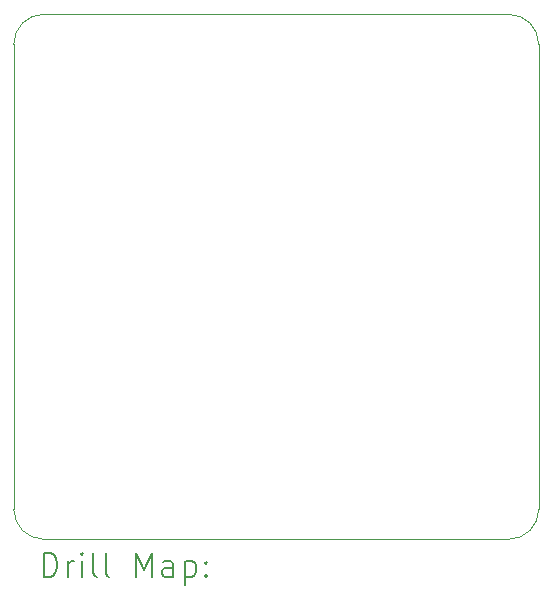
<source format=gbr>
%TF.GenerationSoftware,KiCad,Pcbnew,7.0.6-0*%
%TF.CreationDate,2023-08-20T22:08:47-07:00*%
%TF.ProjectId,IDC_adapter,4944435f-6164-4617-9074-65722e6b6963,rev?*%
%TF.SameCoordinates,Original*%
%TF.FileFunction,Drillmap*%
%TF.FilePolarity,Positive*%
%FSLAX45Y45*%
G04 Gerber Fmt 4.5, Leading zero omitted, Abs format (unit mm)*
G04 Created by KiCad (PCBNEW 7.0.6-0) date 2023-08-20 22:08:47*
%MOMM*%
%LPD*%
G01*
G04 APERTURE LIST*
%ADD10C,0.100000*%
%ADD11C,0.200000*%
G04 APERTURE END LIST*
D10*
X17145000Y-12700000D02*
X13208000Y-12700000D01*
X13208000Y-8255000D02*
X17145000Y-8255000D01*
X17399000Y-8509000D02*
X17399000Y-12446000D01*
X13208000Y-8255000D02*
G75*
G03*
X12954000Y-8509000I0J-254000D01*
G01*
X12954000Y-12446000D02*
X12954000Y-8509000D01*
X17399000Y-8509000D02*
G75*
G03*
X17145000Y-8255000I-254000J0D01*
G01*
X12954000Y-12446000D02*
G75*
G03*
X13208000Y-12700000I254000J0D01*
G01*
X17145000Y-12700000D02*
G75*
G03*
X17399000Y-12446000I0J254000D01*
G01*
D11*
X13209777Y-13016484D02*
X13209777Y-12816484D01*
X13209777Y-12816484D02*
X13257396Y-12816484D01*
X13257396Y-12816484D02*
X13285967Y-12826008D01*
X13285967Y-12826008D02*
X13305015Y-12845055D01*
X13305015Y-12845055D02*
X13314539Y-12864103D01*
X13314539Y-12864103D02*
X13324062Y-12902198D01*
X13324062Y-12902198D02*
X13324062Y-12930769D01*
X13324062Y-12930769D02*
X13314539Y-12968865D01*
X13314539Y-12968865D02*
X13305015Y-12987912D01*
X13305015Y-12987912D02*
X13285967Y-13006960D01*
X13285967Y-13006960D02*
X13257396Y-13016484D01*
X13257396Y-13016484D02*
X13209777Y-13016484D01*
X13409777Y-13016484D02*
X13409777Y-12883150D01*
X13409777Y-12921246D02*
X13419301Y-12902198D01*
X13419301Y-12902198D02*
X13428824Y-12892674D01*
X13428824Y-12892674D02*
X13447872Y-12883150D01*
X13447872Y-12883150D02*
X13466920Y-12883150D01*
X13533586Y-13016484D02*
X13533586Y-12883150D01*
X13533586Y-12816484D02*
X13524062Y-12826008D01*
X13524062Y-12826008D02*
X13533586Y-12835531D01*
X13533586Y-12835531D02*
X13543110Y-12826008D01*
X13543110Y-12826008D02*
X13533586Y-12816484D01*
X13533586Y-12816484D02*
X13533586Y-12835531D01*
X13657396Y-13016484D02*
X13638348Y-13006960D01*
X13638348Y-13006960D02*
X13628824Y-12987912D01*
X13628824Y-12987912D02*
X13628824Y-12816484D01*
X13762158Y-13016484D02*
X13743110Y-13006960D01*
X13743110Y-13006960D02*
X13733586Y-12987912D01*
X13733586Y-12987912D02*
X13733586Y-12816484D01*
X13990729Y-13016484D02*
X13990729Y-12816484D01*
X13990729Y-12816484D02*
X14057396Y-12959341D01*
X14057396Y-12959341D02*
X14124062Y-12816484D01*
X14124062Y-12816484D02*
X14124062Y-13016484D01*
X14305015Y-13016484D02*
X14305015Y-12911722D01*
X14305015Y-12911722D02*
X14295491Y-12892674D01*
X14295491Y-12892674D02*
X14276443Y-12883150D01*
X14276443Y-12883150D02*
X14238348Y-12883150D01*
X14238348Y-12883150D02*
X14219301Y-12892674D01*
X14305015Y-13006960D02*
X14285967Y-13016484D01*
X14285967Y-13016484D02*
X14238348Y-13016484D01*
X14238348Y-13016484D02*
X14219301Y-13006960D01*
X14219301Y-13006960D02*
X14209777Y-12987912D01*
X14209777Y-12987912D02*
X14209777Y-12968865D01*
X14209777Y-12968865D02*
X14219301Y-12949817D01*
X14219301Y-12949817D02*
X14238348Y-12940293D01*
X14238348Y-12940293D02*
X14285967Y-12940293D01*
X14285967Y-12940293D02*
X14305015Y-12930769D01*
X14400253Y-12883150D02*
X14400253Y-13083150D01*
X14400253Y-12892674D02*
X14419301Y-12883150D01*
X14419301Y-12883150D02*
X14457396Y-12883150D01*
X14457396Y-12883150D02*
X14476443Y-12892674D01*
X14476443Y-12892674D02*
X14485967Y-12902198D01*
X14485967Y-12902198D02*
X14495491Y-12921246D01*
X14495491Y-12921246D02*
X14495491Y-12978388D01*
X14495491Y-12978388D02*
X14485967Y-12997436D01*
X14485967Y-12997436D02*
X14476443Y-13006960D01*
X14476443Y-13006960D02*
X14457396Y-13016484D01*
X14457396Y-13016484D02*
X14419301Y-13016484D01*
X14419301Y-13016484D02*
X14400253Y-13006960D01*
X14581205Y-12997436D02*
X14590729Y-13006960D01*
X14590729Y-13006960D02*
X14581205Y-13016484D01*
X14581205Y-13016484D02*
X14571682Y-13006960D01*
X14571682Y-13006960D02*
X14581205Y-12997436D01*
X14581205Y-12997436D02*
X14581205Y-13016484D01*
X14581205Y-12892674D02*
X14590729Y-12902198D01*
X14590729Y-12902198D02*
X14581205Y-12911722D01*
X14581205Y-12911722D02*
X14571682Y-12902198D01*
X14571682Y-12902198D02*
X14581205Y-12892674D01*
X14581205Y-12892674D02*
X14581205Y-12911722D01*
M02*

</source>
